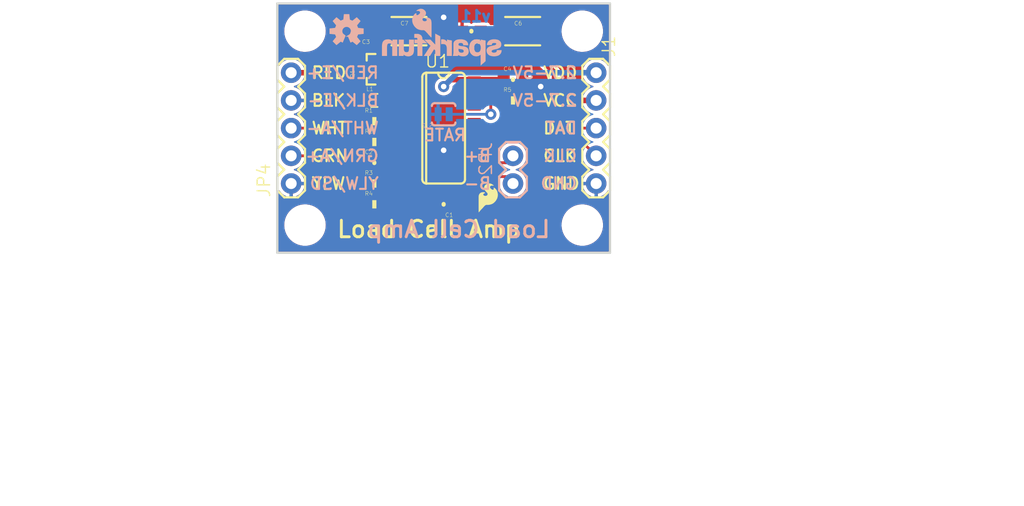
<source format=kicad_pcb>
(kicad_pcb (version 20221018) (generator pcbnew)
  (layers (0 "F.Cu" signal) (31 "B.Cu" signal) (34 "B.Paste" user) (35 "F.Paste" user) (36 "B.SilkS" user "B.Silkscreen") (37 "F.SilkS" user "F.Silkscreen") (38 "B.Mask" user) (39 "F.Mask" user) (44 "Edge.Cuts" user))
  (net 0 "")
  (net 1 "GND")
  (net 2 "VCC")
  (net 3 "DAT")
  (net 4 "SCK")
  (net 5 "N$4")
  (net 6 "N$6")
  (net 7 "N$7")
  (net 8 "N$5")
  (net 9 "N$1")
  (net 10 "N$2")
  (net 11 "N$3")
  (net 12 "A-")
  (net 13 "A+")
  (net 14 "B+")
  (net 15 "B-")
  (net 16 "VDD")
  (net 17 "AVDD")
  (footprint "SparkFun_HX711_Load_Cell:STAND-OFF" (layer "F.Cu") (at 135.8011 113.8936)
    (fp_text reference "STANDOFF1" hide)
    (fp_text value "STAND-OFF" hide)
    (pad "" np_thru_hole circle (at 0 0) (size 3.302 3.302) (drill 3.302) (layers "*.Cu" "*.Mask"))
  )
  (footprint "SparkFun_HX711_Load_Cell:FIDUCIAL-1X2" (layer "F.Cu") (at 158.6611 112.6236)
    (fp_text reference "FID2" hide)
    (fp_text value "FIDUCIAL1X2" hide)
    (pad "1" smd roundrect (at 0 0) (size 1 1) (layers "F.Cu" "F.Mask") (roundrect_rratio 0.5))
  )
  (footprint "SparkFun_HX711_Load_Cell:SOT23-3" (layer "F.Cu") (at 142.1511 99.6061 90)
    (fp_text reference "Q1" (at -0.8255 -1.778 90) (layer "F.SilkS") (effects (font (size 0.373888 0.373888) (thickness 0.032512)) (justify left bottom)))
    (fp_text value "MMBT4403")
    (pad "1" smd rect (at -0.95 1 90) (size 0.8 0.9) (layers "F.Cu" "F.Paste" "F.Mask") (net 5 "N$4"))
    (pad "2" smd rect (at 0.95 1 90) (size 0.8 0.9) (layers "F.Cu" "F.Paste" "F.Mask") (net 2 "VCC"))
    (pad "3" smd rect (at 0 -1.1 90) (size 0.8 0.9) (layers "F.Cu" "F.Paste" "F.Mask") (net 8 "N$5"))
  )
  (footprint "SparkFun_HX711_Load_Cell:1210" (layer "F.Cu") (at 145.3261 96.1136)
    (fp_text reference "C7" (at -0.8 -0.5) (layer "F.SilkS") (effects (font (size 0.373888 0.373888) (thickness 0.032512)) (justify left bottom)))
    (fp_text value "10uF")
    (pad "1" smd rect (at -1.6 0) (size 1.2 2) (layers "F.Cu" "F.Paste" "F.Mask") (net 17 "AVDD"))
    (pad "2" smd rect (at 1.6 0) (size 1.2 2) (layers "F.Cu" "F.Paste" "F.Mask") (net 1 "GND"))
  )
  (footprint "SparkFun_HX711_Load_Cell:STAND-OFF" (layer "F.Cu") (at 161.2011 96.1136)
    (fp_text reference "STANDOFF4" hide)
    (fp_text value "STAND-OFF" hide)
    (pad "" np_thru_hole circle (at 0 0) (size 3.302 3.302) (drill 3.302) (layers "*.Cu" "*.Mask"))
  )
  (footprint "SparkFun_HX711_Load_Cell:0603-CAP" (layer "F.Cu") (at 148.5011 111.9886 180)
    (fp_text reference "C1" (at -0.889 -0.762 180) (layer "F.SilkS") (effects (font (size 0.373888 0.373888) (thickness 0.032512)) (justify right top)))
    (fp_text value "0.1uF")
    (pad "1" smd rect (at -0.85 0 180) (size 1.1 1) (layers "F.Cu" "F.Paste" "F.Mask") (net 10 "N$2"))
    (pad "2" smd rect (at 0.85 0 180) (size 1.1 1) (layers "F.Cu" "F.Paste" "F.Mask") (net 11 "N$3"))
  )
  (footprint "SparkFun_HX711_Load_Cell:FIDUCIAL-1X2" (layer "F.Cu") (at 138.3411 97.3836)
    (fp_text reference "FID1" hide)
    (fp_text value "FIDUCIAL1X2" hide)
    (pad "1" smd roundrect (at 0 0) (size 1 1) (layers "F.Cu" "F.Mask") (roundrect_rratio 0.5))
  )
  (footprint "SparkFun_HX711_Load_Cell:SO16" (layer "F.Cu") (at 148.5011 105.0036 -90)
    (fp_text reference "U1" (at -5.461 1.778) (layer "F.SilkS") (effects (font (size 1.143 1.143) (thickness 0.127)) (justify left bottom)))
    (fp_text value "HX711")
    (pad "1" smd rect (at -4.445 2.8 270) (size 0.6 1.2) (layers "F.Cu" "F.Paste" "F.Mask") (net 2 "VCC"))
    (pad "2" smd rect (at -3.175 2.8 270) (size 0.6 1.2) (layers "F.Cu" "F.Paste" "F.Mask") (net 5 "N$4"))
    (pad "3" smd rect (at -1.905 2.8 270) (size 0.6 1.2) (layers "F.Cu" "F.Paste" "F.Mask") (net 8 "N$5"))
    (pad "4" smd rect (at -0.635 2.8 270) (size 0.6 1.2) (layers "F.Cu" "F.Paste" "F.Mask") (net 6 "N$6"))
    (pad "5" smd rect (at 0.635 2.8 270) (size 0.6 1.2) (layers "F.Cu" "F.Paste" "F.Mask") (net 1 "GND"))
    (pad "6" smd rect (at 1.905 2.8 270) (size 0.6 1.2) (layers "F.Cu" "F.Paste" "F.Mask") (net 7 "N$7"))
    (pad "7" smd rect (at 3.175 2.8 270) (size 0.6 1.2) (layers "F.Cu" "F.Paste" "F.Mask") (net 10 "N$2"))
    (pad "8" smd rect (at 4.445 2.8 270) (size 0.6 1.2) (layers "F.Cu" "F.Paste" "F.Mask") (net 11 "N$3"))
    (pad "9" smd rect (at 4.445 -2.8 270) (size 0.6 1.2) (layers "F.Cu" "F.Paste" "F.Mask") (net 15 "B-"))
    (pad "10" smd rect (at 3.175 -2.8 270) (size 0.6 1.2) (layers "F.Cu" "F.Paste" "F.Mask") (net 14 "B+"))
    (pad "11" smd rect (at 1.905 -2.8 270) (size 0.6 1.2) (layers "F.Cu" "F.Paste" "F.Mask") (net 4 "SCK"))
    (pad "12" smd rect (at 0.635 -2.8 270) (size 0.6 1.2) (layers "F.Cu" "F.Paste" "F.Mask") (net 3 "DAT"))
    (pad "13" smd rect (at -0.635 -2.8 270) (size 0.6 1.2) (layers "F.Cu" "F.Paste" "F.Mask"))
    (pad "14" smd rect (at -1.905 -2.8 270) (size 0.6 1.2) (layers "F.Cu" "F.Paste" "F.Mask") (net 1 "GND"))
    (pad "15" smd rect (at -3.175 -2.8 270) (size 0.6 1.2) (layers "F.Cu" "F.Paste" "F.Mask") (net 9 "N$1"))
    (pad "16" smd rect (at -4.445 -2.8 270) (size 0.6 1.2) (layers "F.Cu" "F.Paste" "F.Mask") (net 16 "VDD"))
  )
  (footprint "SparkFun_HX711_Load_Cell:0603-RES" (layer "F.Cu") (at 142.1511 110.0836)
    (fp_text reference "R3" (at -0.889 -0.762) (layer "F.SilkS") (effects (font (size 0.373888 0.373888) (thickness 0.032512)) (justify left bottom)))
    (fp_text value "100")
    (pad "1" smd rect (at -0.85 0) (size 1.1 1) (layers "F.Cu" "F.Paste" "F.Mask") (net 12 "A-"))
    (pad "2" smd rect (at 0.85 0) (size 1.1 1) (layers "F.Cu" "F.Paste" "F.Mask") (net 10 "N$2"))
  )
  (footprint "SparkFun_HX711_Load_Cell:REVISION" (layer "F.Cu") (at 140.2461 139.2936)
    (fp_text reference "U$1" hide)
    (fp_text value "REVISION" hide)
  )
  (footprint "SparkFun_HX711_Load_Cell:0603-CAP" (layer "F.Cu") (at 142.1511 108.1786)
    (fp_text reference "C2" (at -0.889 -0.762) (layer "F.SilkS") (effects (font (size 0.373888 0.373888) (thickness 0.032512)) (justify left bottom)))
    (fp_text value "0.1uF")
    (pad "1" smd rect (at -0.85 0) (size 1.1 1) (layers "F.Cu" "F.Paste" "F.Mask") (net 1 "GND"))
    (pad "2" smd rect (at 0.85 0) (size 1.1 1) (layers "F.Cu" "F.Paste" "F.Mask") (net 7 "N$7"))
  )
  (footprint "SparkFun_HX711_Load_Cell:0603-RES" (layer "F.Cu") (at 142.1511 104.3686)
    (fp_text reference "R1" (at -0.889 -0.762) (layer "F.SilkS") (effects (font (size 0.373888 0.373888) (thickness 0.032512)) (justify left bottom)))
    (fp_text value "20k")
    (pad "1" smd rect (at -0.85 0) (size 1.1 1) (layers "F.Cu" "F.Paste" "F.Mask") (net 6 "N$6"))
    (pad "2" smd rect (at 0.85 0) (size 1.1 1) (layers "F.Cu" "F.Paste" "F.Mask") (net 8 "N$5"))
  )
  (footprint "SparkFun_HX711_Load_Cell:0603-RES" (layer "F.Cu") (at 142.1511 106.2736)
    (fp_text reference "R2" (at -0.889 -0.762) (layer "F.SilkS") (effects (font (size 0.373888 0.373888) (thickness 0.032512)) (justify left bottom)))
    (fp_text value "8.2K")
    (pad "1" smd rect (at -0.85 0) (size 1.1 1) (layers "F.Cu" "F.Paste" "F.Mask") (net 1 "GND"))
    (pad "2" smd rect (at 0.85 0) (size 1.1 1) (layers "F.Cu" "F.Paste" "F.Mask") (net 6 "N$6"))
  )
  (footprint "SparkFun_HX711_Load_Cell:1X05" (layer "F.Cu") (at 162.4711 99.9236 -90)
    (fp_text reference "J1" (at -1.3462 -1.8288 -90) (layer "F.SilkS") (effects (font (size 1.143 1.143) (thickness 0.127)) (justify left bottom)))
    (fp_text value "")
    (pad "1" thru_hole circle (at 0 0) (size 1.8796 1.8796) (drill 1.016) (layers "*.Cu" "*.Mask") (net 16 "VDD"))
    (pad "2" thru_hole circle (at 2.54 0) (size 1.8796 1.8796) (drill 1.016) (layers "*.Cu" "*.Mask") (net 2 "VCC"))
    (pad "3" thru_hole circle (at 5.08 0) (size 1.8796 1.8796) (drill 1.016) (layers "*.Cu" "*.Mask") (net 3 "DAT"))
    (pad "4" thru_hole circle (at 7.62 0) (size 1.8796 1.8796) (drill 1.016) (layers "*.Cu" "*.Mask") (net 4 "SCK"))
    (pad "5" thru_hole circle (at 10.16 0) (size 1.8796 1.8796) (drill 1.016) (layers "*.Cu" "*.Mask") (net 1 "GND"))
  )
  (footprint "SparkFun_HX711_Load_Cell:CREATIVE_COMMONS" (layer "F.Cu") (at 128.1811 135.4836)
    (fp_text reference "FRAME1" hide)
    (fp_text value "FRAME-LETTER" hide)
  )
  (footprint "SparkFun_HX711_Load_Cell:STAND-OFF" (layer "F.Cu") (at 161.2011 113.8936)
    (fp_text reference "STANDOFF2" hide)
    (fp_text value "STAND-OFF" hide)
    (pad "" np_thru_hole circle (at 0 0) (size 3.302 3.302) (drill 3.302) (layers "*.Cu" "*.Mask"))
  )
  (footprint "SparkFun_HX711_Load_Cell:0603-CAP" (layer "F.Cu") (at 154.8511 100.5586)
    (fp_text reference "C4" (at -0.889 -0.762) (layer "F.SilkS") (effects (font (size 0.373888 0.373888) (thickness 0.032512)) (justify left bottom)))
    (fp_text value "0.1uF")
    (pad "1" smd rect (at -0.85 0) (size 1.1 1) (layers "F.Cu" "F.Paste" "F.Mask") (net 16 "VDD"))
    (pad "2" smd rect (at 0.85 0) (size 1.1 1) (layers "F.Cu" "F.Paste" "F.Mask") (net 1 "GND"))
  )
  (footprint "SparkFun_HX711_Load_Cell:0603-CAP" (layer "F.Cu") (at 151.0411 96.1136 180)
    (fp_text reference "C5" (at -0.889 -0.762 180) (layer "F.SilkS") (effects (font (size 0.373888 0.373888) (thickness 0.032512)) (justify right top)))
    (fp_text value "0.1uF")
    (pad "1" smd rect (at -0.85 0 180) (size 1.1 1) (layers "F.Cu" "F.Paste" "F.Mask") (net 2 "VCC"))
    (pad "2" smd rect (at 0.85 0 180) (size 1.1 1) (layers "F.Cu" "F.Paste" "F.Mask") (net 1 "GND"))
  )
  (footprint "SparkFun_HX711_Load_Cell:1X05" (layer "F.Cu") (at 134.5311 110.0836 90)
    (fp_text reference "JP4" (at -1.3462 -1.8288 90) (layer "F.SilkS") (effects (font (size 1.143 1.143) (thickness 0.127)) (justify left bottom)))
    (fp_text value "")
    (pad "1" thru_hole circle (at 0 0 180) (size 1.8796 1.8796) (drill 1.016) (layers "*.Cu" "*.Mask") (net 1 "GND"))
    (pad "2" thru_hole circle (at 2.54 0 180) (size 1.8796 1.8796) (drill 1.016) (layers "*.Cu" "*.Mask") (net 13 "A+"))
    (pad "3" thru_hole circle (at 5.08 0 180) (size 1.8796 1.8796) (drill 1.016) (layers "*.Cu" "*.Mask") (net 12 "A-"))
    (pad "4" thru_hole circle (at 7.62 0 180) (size 1.8796 1.8796) (drill 1.016) (layers "*.Cu" "*.Mask") (net 1 "GND"))
    (pad "5" thru_hole circle (at 10.16 0 180) (size 1.8796 1.8796) (drill 1.016) (layers "*.Cu" "*.Mask") (net 17 "AVDD"))
  )
  (footprint "SparkFun_HX711_Load_Cell:SFE_LOGO_FLAME_.1" (layer "F.Cu") (at 151.4221 113.0046)
    (fp_text reference "LOGO3" hide)
    (fp_text value "SFE_LOGO_FLAME.1_INCH" hide)
  )
  (footprint "SparkFun_HX711_Load_Cell:0603-CAP" (layer "F.Cu") (at 140.8811 96.1136 180)
    (fp_text reference "C3" (at -0.889 -0.762 180) (layer "F.SilkS") (effects (font (size 0.373888 0.373888) (thickness 0.032512)) (justify right top)))
    (fp_text value "0.1uF")
    (pad "1" smd rect (at -0.85 0 180) (size 1.1 1) (layers "F.Cu" "F.Paste" "F.Mask") (net 17 "AVDD"))
    (pad "2" smd rect (at 0.85 0 180) (size 1.1 1) (layers "F.Cu" "F.Paste" "F.Mask") (net 1 "GND"))
  )
  (footprint "SparkFun_HX711_Load_Cell:0603-RES" (layer "F.Cu") (at 154.8511 102.4636)
    (fp_text reference "R5" (at -0.889 -0.762) (layer "F.SilkS") (effects (font (size 0.373888 0.373888) (thickness 0.032512)) (justify left bottom)))
    (fp_text value "10K")
    (pad "1" smd rect (at -0.85 0) (size 1.1 1) (layers "F.Cu" "F.Paste" "F.Mask") (net 9 "N$1"))
    (pad "2" smd rect (at 0.85 0) (size 1.1 1) (layers "F.Cu" "F.Paste" "F.Mask") (net 2 "VCC"))
  )
  (footprint "SparkFun_HX711_Load_Cell:0805" (layer "F.Cu") (at 142.1511 102.4636)
    (fp_text reference "L1" (at -0.762 -0.8255) (layer "F.SilkS") (effects (font (size 0.373888 0.373888) (thickness 0.032512)) (justify left bottom)))
    (fp_text value "3.3uH")
    (pad "1" smd rect (at -0.9 0) (size 0.8 1.2) (layers "F.Cu" "F.Paste" "F.Mask") (net 17 "AVDD"))
    (pad "2" smd rect (at 0.9 0) (size 0.8 1.2) (layers "F.Cu" "F.Paste" "F.Mask") (net 8 "N$5"))
  )
  (footprint "SparkFun_HX711_Load_Cell:STAND-OFF" (layer "F.Cu") (at 135.8011 96.1136)
    (fp_text reference "STANDOFF3" hide)
    (fp_text value "STAND-OFF" hide)
    (pad "" np_thru_hole circle (at 0 0) (size 3.302 3.302) (drill 3.302) (layers "*.Cu" "*.Mask"))
  )
  (footprint "SparkFun_HX711_Load_Cell:0603-RES" (layer "F.Cu") (at 142.1511 111.9886)
    (fp_text reference "R4" (at -0.889 -0.762) (layer "F.SilkS") (effects (font (size 0.373888 0.373888) (thickness 0.032512)) (justify left bottom)))
    (fp_text value "100")
    (pad "1" smd rect (at -0.85 0) (size 1.1 1) (layers "F.Cu" "F.Paste" "F.Mask") (net 13 "A+"))
    (pad "2" smd rect (at 0.85 0) (size 1.1 1) (layers "F.Cu" "F.Paste" "F.Mask") (net 11 "N$3"))
  )
  (footprint "SparkFun_HX711_Load_Cell:1210" (layer "F.Cu") (at 155.7401 96.1136)
    (fp_text reference "C6" (at -0.8 -0.5) (layer "F.SilkS") (effects (font (size 0.373888 0.373888) (thickness 0.032512)) (justify left bottom)))
    (fp_text value "10uF")
    (pad "1" smd rect (at -1.6 0) (size 1.2 2) (layers "F.Cu" "F.Paste" "F.Mask") (net 2 "VCC"))
    (pad "2" smd rect (at 1.6 0) (size 1.2 2) (layers "F.Cu" "F.Paste" "F.Mask") (net 1 "GND"))
  )
  (footprint "SparkFun_HX711_Load_Cell:PAD-JUMPER-2-NC_BY_TRACE_YES_SILK" (layer "B.Cu") (at 148.5011 103.7336)
    (fp_text reference "SJ2" (at -0.9525 1.27 180) (layer "B.SilkS") (effects (font (size 0.373888 0.373888) (thickness 0.032512)) (justify left bottom mirror)))
    (fp_text value "")
    (fp_line (start -0.381 0) (end 0.381 0) (stroke (width 0.254)) (layer "B.Cu"))
    (pad "1" smd rect (at -0.508 0) (size 0.635 1.27) (layers "B.Cu" "B.Mask") (net 1 "GND"))
    (pad "2" smd rect (at 0.508 0) (size 0.635 1.27) (layers "B.Cu" "B.Mask") (net 9 "N$1"))
  )
  (footprint "SparkFun_HX711_Load_Cell:SFE_LOGO_NAME_FLAME_.1" (layer "B.Cu") (at 154.2161 99.2886 180)
    (fp_text reference "LOGO1" hide)
    (fp_text value "SFE_LOGO_NAME_FLAME.1_INCH" hide)
  )
  (footprint "SparkFun_HX711_Load_Cell:1X02" (layer "B.Cu") (at 154.8511 107.5436 -90)
    (fp_text reference "JP2" (at -1.3462 1.8288 90) (layer "B.SilkS") (effects (font (size 1.143 1.143) (thickness 0.127)) (justify left bottom mirror)))
    (fp_text value "")
    (pad "1" thru_hole circle (at 0 0 180) (size 1.8796 1.8796) (drill 1.016) (layers "*.Cu" "*.Mask") (net 14 "B+"))
    (pad "2" thru_hole circle (at 2.54 0 180) (size 1.8796 1.8796) (drill 1.016) (layers "*.Cu" "*.Mask") (net 15 "B-"))
  )
  (footprint "SparkFun_HX711_Load_Cell:OSHW-LOGO-S" (layer "B.Cu") (at 139.6111 96.1136 180)
    (fp_text reference "U7" hide)
    (fp_text value "OSHW-LOGOS" hide)
  )
  (gr_line (start 163.7411 116.4336) (end 133.2611 116.4336) (stroke (width 0.2032)) (layer "Edge.Cuts"))
  (gr_line (start 133.2611 93.5736) (end 163.7411 93.5736) (stroke (width 0.2032)) (layer "Edge.Cuts"))
  (gr_line (start 133.2611 116.4336) (end 133.2611 93.5736) (stroke (width 0.2032)) (layer "Edge.Cuts"))
  (gr_line (start 163.7411 93.5736) (end 163.7411 116.4336) (stroke (width 0.2032)) (layer "Edge.Cuts"))
  (gr_text "v11" (at 152.9461 95.3516) (layer "B.Cu") (effects (font (size 1.016 1.016) (thickness 0.254)) (justify left bottom mirror)))
  (gr_text "B-" (at 152.9461 110.7186) (layer "B.SilkS") (effects (font (size 1.0795 1.0795) (thickness 0.1905)) (justify left bottom mirror)))
  (gr_text "2.7-5V" (at 160.8201 100.5586) (layer "B.SilkS") (effects (font (size 1.0795 1.0795) (thickness 0.1905)) (justify left bottom mirror)))
  (gr_text "RED/E+" (at 142.6591 100.5586) (layer "B.SilkS") (effects (font (size 1.0795 1.0795) (thickness 0.1905)) (justify left bottom mirror)))
  (gr_text "Load Cell Amp" (at 158.4071 115.1636) (layer "B.SilkS") (effects (font (size 1.5113 1.5113) (thickness 0.2667)) (justify left bottom mirror)))
  (gr_text "RATE" (at 150.6601 106.2736) (layer "B.SilkS") (effects (font (size 1.0795 1.0795) (thickness 0.1905)) (justify left bottom mirror)))
  (gr_text "WHT/A-" (at 142.6591 105.6386) (layer "B.SilkS") (effects (font (size 1.0795 1.0795) (thickness 0.1905)) (justify left bottom mirror)))
  (gr_text "CLK" (at 160.8201 108.1786) (layer "B.SilkS") (effects (font (size 1.0795 1.0795) (thickness 0.1905)) (justify left bottom mirror)))
  (gr_text "B+" (at 152.9461 108.1786) (layer "B.SilkS") (effects (font (size 1.0795 1.0795) (thickness 0.1905)) (justify left bottom mirror)))
  (gr_text "2.7-5V" (at 160.8201 103.0986) (layer "B.SilkS") (effects (font (size 1.0795 1.0795) (thickness 0.1905)) (justify left bottom mirror)))
  (gr_text "GRN/A+" (at 142.6591 108.1786) (layer "B.SilkS") (effects (font (size 1.0795 1.0795) (thickness 0.1905)) (justify left bottom mirror)))
  (gr_text "YLW/SD" (at 142.6591 110.7186) (layer "B.SilkS") (effects (font (size 1.0795 1.0795) (thickness 0.1905)) (justify left bottom mirror)))
  (gr_text "DAT" (at 160.8201 105.6386) (layer "B.SilkS") (effects (font (size 1.0795 1.0795) (thickness 0.1905)) (justify left bottom mirror)))
  (gr_text "GND" (at 160.8201 110.7186) (layer "B.SilkS") (effects (font (size 1.0795 1.0795) (thickness 0.1905)) (justify left bottom mirror)))
  (gr_text "BLK/E-" (at 142.6591 103.0986) (layer "B.SilkS") (effects (font (size 1.0795 1.0795) (thickness 0.1905)) (justify left bottom mirror)))
  (gr_text "GND" (at 157.5181 110.7186) (layer "F.SilkS") (effects (font (size 1.0795 1.0795) (thickness 0.1905)) (justify left bottom)))
  (gr_text "DAT" (at 157.5181 105.6386) (layer "F.SilkS") (effects (font (size 1.0795 1.0795) (thickness 0.1905)) (justify left bottom)))
  (gr_text "YLW" (at 136.3091 110.7186) (layer "F.SilkS") (effects (font (size 1.0795 1.0795) (thickness 0.1905)) (justify left bottom)))
  (gr_text "WHT" (at 136.3091 105.6386) (layer "F.SilkS") (effects (font (size 1.0795 1.0795) (thickness 0.1905)) (justify left bottom)))
  (gr_text "GRN" (at 136.3091 108.1786) (layer "F.SilkS") (effects (font (size 1.0795 1.0795) (thickness 0.1905)) (justify left bottom)))
  (gr_text "Load Cell Amp" (at 138.5951 115.1636) (layer "F.SilkS") (effects (font (size 1.5113 1.5113) (thickness 0.2667)) (justify left bottom)))
  (gr_text "RED" (at 136.3091 100.5586) (layer "F.SilkS") (effects (font (size 1.0795 1.0795) (thickness 0.1905)) (justify left bottom)))
  (gr_text "VCC" (at 157.5181 103.0986) (layer "F.SilkS") (effects (font (size 1.0795 1.0795) (thickness 0.1905)) (justify left bottom)))
  (gr_text "CLK" (at 157.5181 108.1786) (layer "F.SilkS") (effects (font (size 1.0795 1.0795) (thickness 0.1905)) (justify left bottom)))
  (gr_text "VDD" (at 157.5181 100.5586) (layer "F.SilkS") (effects (font (size 1.0795 1.0795) (thickness 0.1905)) (justify left bottom)))
  (gr_text "BLK" (at 136.3091 103.0986) (layer "F.SilkS") (effects (font (size 1.0795 1.0795) (thickness 0.1905)) (justify left bottom)))
  (via (at 148.5011 107.0356) (size 1.016) (drill 0.508) (layers "F.Cu" "B.Cu") (net 1))
  (via (at 148.5011 94.8436) (size 1.016) (drill 0.508) (layers "F.Cu" "B.Cu") (net 1))
  (via (at 157.3911 101.1936) (size 1.016) (drill 0.508) (layers "F.Cu" "B.Cu") (net 1))
  (segment (start 151.3011 98.6596) (end 151.2951 98.6536) (width 0.508) (layer "F.Cu") (net 2))
  (segment (start 158.6611 99.9236) (end 157.3911 98.6536) (width 0.508) (layer "F.Cu") (net 2))
  (segment (start 158.6611 102.4636) (end 158.6611 99.9236) (width 0.508) (layer "F.Cu") (net 2))
  (segment (start 152.9461 98.6536) (end 152.9461 96.1136) (width 0.508) (layer "F.Cu") (net 2))
  (segment (start 145.7011 98.6536) (end 143.1511 98.6536) (width 0.508) (layer "F.Cu") (net 2))
  (segment (start 158.6611 102.4636) (end 162.4711 102.4636) (width 0.508) (layer "F.Cu") (net 2))
  (segment (start 143.1511 98.6561) (end 143.1511 98.6536) (width 0.508) (layer "F.Cu") (net 2))
  (segment (start 151.2951 98.6536) (end 145.7011 98.6536) (width 0.508) (layer "F.Cu") (net 2))
  (segment (start 151.2951 98.6536) (end 152.9461 98.6536) (width 0.508) (layer "F.Cu") (net 2))
  (segment (start 155.7011 102.4636) (end 158.6611 102.4636) (width 0.508) (layer "F.Cu") (net 2))
  (segment (start 145.7011 100.5586) (end 145.7011 98.6536) (width 0.508) (layer "F.Cu") (net 2))
  (segment (start 157.3911 98.6536) (end 152.9461 98.6536) (width 0.508) (layer "F.Cu") (net 2))
  (segment (start 152.9461 96.1136) (end 154.1401 96.1136) (width 0.508) (layer "F.Cu") (net 2))
  (segment (start 151.8911 96.1136) (end 152.9461 96.1136) (width 0.508) (layer "F.Cu") (net 2))
  (segment (start 153.5811 105.0036) (end 162.4711 105.0036) (width 0.254) (layer "F.Cu") (net 3))
  (segment (start 151.3011 105.6386) (end 152.9461 105.6386) (width 0.254) (layer "F.Cu") (net 3))
  (segment (start 152.9461 105.6386) (end 153.5811 105.0036) (width 0.254) (layer "F.Cu") (net 3))
  (segment (start 153.5811 106.2736) (end 161.2011 106.2736) (width 0.254) (layer "F.Cu") (net 4))
  (segment (start 161.2011 106.2736) (end 162.4711 107.5436) (width 0.254) (layer "F.Cu") (net 4))
  (segment (start 152.9461 106.9086) (end 153.5811 106.2736) (width 0.254) (layer "F.Cu") (net 4))
  (segment (start 151.3011 106.9086) (end 152.9461 106.9086) (width 0.254) (layer "F.Cu") (net 4))
  (segment (start 144.4371 100.737482) (end 144.4371 101.7016) (width 0.254) (layer "F.Cu") (net 5))
  (segment (start 144.255718 100.5561) (end 144.4371 100.737482) (width 0.254) (layer "F.Cu") (net 5))
  (segment (start 144.4371 101.7016) (end 144.5641 101.8286) (width 0.254) (layer "F.Cu") (net 5))
  (segment (start 143.1511 100.5561) (end 144.255718 100.5561) (width 0.254) (layer "F.Cu") (net 5))
  (segment (start 144.5641 101.8286) (end 145.7011 101.8286) (width 0.254) (layer "F.Cu") (net 5))
  (segment (start 144.3101 105.2576) (end 144.3101 104.652579) (width 0.254) (layer "F.Cu") (net 6))
  (segment (start 144.3101 105.989622) (end 144.3101 105.2576) (width 0.254) (layer "F.Cu") (net 6))
  (segment (start 144.026121 106.2736) (end 144.3101 105.989622) (width 0.254) (layer "F.Cu") (net 6))
  (segment (start 141.3011 104.3686) (end 141.3011 104.988791) (width 0.254) (layer "F.Cu") (net 6))
  (segment (start 143.0011 106.2736) (end 144.026121 106.2736) (width 0.254) (layer "F.Cu") (net 6))
  (segment (start 144.3101 104.652579) (end 144.594078 104.3686) (width 0.254) (layer "F.Cu") (net 6))
  (segment (start 144.594078 104.3686) (end 145.7011 104.3686) (width 0.254) (layer "F.Cu") (net 6))
  (segment (start 141.3011 104.988791) (end 141.569909 105.2576) (width 0.254) (layer "F.Cu") (net 6))
  (segment (start 141.569909 105.2576) (end 144.3101 105.2576) (width 0.254) (layer "F.Cu") (net 6))
  (segment (start 144.3101 107.720697) (end 144.3101 107.366504) (width 0.254) (layer "F.Cu") (net 7))
  (segment (start 144.768003 106.9086) (end 145.7011 106.9086) (width 0.254) (layer "F.Cu") (net 7))
  (segment (start 143.852196 108.1786) (end 144.3101 107.720697) (width 0.254) (layer "F.Cu") (net 7))
  (segment (start 144.3101 107.366504) (end 144.768003 106.9086) (width 0.254) (layer "F.Cu") (net 7))
  (segment (start 143.0011 108.1786) (end 143.852196 108.1786) (width 0.254) (layer "F.Cu") (net 7))
  (segment (start 144.487196 103.0986) (end 144.106196 103.4796) (width 0.508) (layer "F.Cu") (net 8))
  (segment (start 141.412171 101.4476) (end 141.0511 101.086529) (width 0.254) (layer "F.Cu") (net 8))
  (segment (start 141.0511 101.086529) (end 141.0511 99.6061) (width 0.254) (layer "F.Cu") (net 8))
  (segment (start 142.7861 101.4476) (end 141.412171 101.4476) (width 0.254) (layer "F.Cu") (net 8))
  (segment (start 144.106196 103.4796) (end 143.0511 103.4796) (width 0.508) (layer "F.Cu") (net 8))
  (segment (start 143.0511 101.7126) (end 142.7861 101.4476) (width 0.254) (layer "F.Cu") (net 8))
  (segment (start 143.0511 103.4796) (end 143.0511 104.3686) (width 0.508) (layer "F.Cu") (net 8))
  (segment (start 145.7011 103.0986) (end 144.487196 103.0986) (width 0.508) (layer "F.Cu") (net 8))
  (segment (start 143.0511 104.3686) (end 143.0011 104.3686) (width 0.508) (layer "F.Cu") (net 8))
  (segment (start 143.0511 102.4636) (end 143.0511 103.4796) (width 0.508) (layer "F.Cu") (net 8))
  (segment (start 143.0511 102.4636) (end 143.0511 101.7126) (width 0.254) (layer "F.Cu") (net 8))
  (segment (start 152.535121 101.8286) (end 152.8191 102.112579) (width 0.254) (layer "F.Cu") (net 9))
  (segment (start 152.8191 103.7336) (end 152.8191 102.4636) (width 0.254) (layer "F.Cu") (net 9))
  (segment (start 152.8191 102.112579) (end 152.8191 102.4636) (width 0.254) (layer "F.Cu") (net 9))
  (segment (start 154.0011 102.4636) (end 152.8191 102.4636) (width 0.254) (layer "F.Cu") (net 9))
  (segment (start 151.3011 101.8286) (end 152.535121 101.8286) (width 0.254) (layer "F.Cu") (net 9))
  (via (at 152.8191 103.7336) (size 1.016) (drill 0.508) (layers "F.Cu" "B.Cu") (net 9))
  (segment (start 149.0091 103.7336) (end 152.8191 103.7336) (width 0.254) (layer "B.Cu") (net 9))
  (segment (start 143.852196 110.0836) (end 144.3101 109.625697) (width 0.254) (layer "F.Cu") (net 10))
  (segment (start 144.848912 108.1786) (end 145.7011 108.1786) (width 0.254) (layer "F.Cu") (net 10))
  (segment (start 144.3101 109.625697) (end 144.3101 108.717413) (width 0.254) (layer "F.Cu") (net 10))
  (segment (start 144.3101 108.717413) (end 144.848912 108.1786) (width 0.254) (layer "F.Cu") (net 10))
  (segment (start 149.3511 109.140863) (end 149.3511 111.9886) (width 0.254) (layer "F.Cu") (net 10))
  (segment (start 148.388837 108.1786) (end 149.3511 109.140863) (width 0.254) (layer "F.Cu") (net 10))
  (segment (start 145.7011 108.1786) (end 148.388837 108.1786) (width 0.254) (layer "F.Cu") (net 10))
  (segment (start 143.0011 110.0836) (end 143.852196 110.0836) (width 0.254) (layer "F.Cu") (net 10))
  (segment (start 145.7011 111.9886) (end 144.6911 111.9886) (width 0.254) (layer "F.Cu") (net 11))
  (segment (start 143.0011 111.9886) (end 144.6911 111.9886) (width 0.254) (layer "F.Cu") (net 11))
  (segment (start 145.7011 111.9886) (end 147.6511 111.9886) (width 0.254) (layer "F.Cu") (net 11))
  (segment (start 145.7011 109.4486) (end 145.7011 111.9886) (width 0.254) (layer "F.Cu") (net 11))
  (segment (start 137.0711 105.0036) (end 138.3411 106.2736) (width 0.254) (layer "F.Cu") (net 12))
  (segment (start 138.3411 106.2736) (end 138.3411 108.8136) (width 0.254) (layer "F.Cu") (net 12))
  (segment (start 139.6111 110.0836) (end 141.3011 110.0836) (width 0.254) (layer "F.Cu") (net 12))
  (segment (start 134.5311 105.0036) (end 137.0711 105.0036) (width 0.254) (layer "F.Cu") (net 12))
  (segment (start 138.3411 108.8136) (end 139.6111 110.0836) (width 0.254) (layer "F.Cu") (net 12))
  (segment (start 135.813865 107.5436) (end 134.5311 107.5436) (width 0.254) (layer "F.Cu") (net 13))
  (segment (start 141.3011 111.9886) (end 138.491003 111.9886) (width 0.254) (layer "F.Cu") (net 13))
  (segment (start 138.491003 111.9886) (end 137.0711 110.568697) (width 0.254) (layer "F.Cu") (net 13))
  (segment (start 137.0711 108.800835) (end 135.813865 107.5436) (width 0.254) (layer "F.Cu") (net 13))
  (segment (start 137.0711 110.568697) (end 137.0711 108.800835) (width 0.254) (layer "F.Cu") (net 13))
  (segment (start 154.2161 108.1786) (end 154.8511 107.5436) (width 0.254) (layer "F.Cu") (net 14))
  (segment (start 151.3011 108.1786) (end 154.2161 108.1786) (width 0.254) (layer "F.Cu") (net 14))
  (segment (start 151.3011 109.4486) (end 154.2161 109.4486) (width 0.254) (layer "F.Cu") (net 15))
  (segment (start 154.2161 109.4486) (end 154.8511 110.0836) (width 0.254) (layer "F.Cu") (net 15))
  (segment (start 149.1361 100.5586) (end 148.5011 101.1936) (width 0.508) (layer "F.Cu") (net 16))
  (segment (start 154.0011 100.5586) (end 149.1361 100.5586) (width 0.508) (layer "F.Cu") (net 16))
  (segment (start 154.0011 100.5586) (end 151.3011 100.5586) (width 0.508) (layer "F.Cu") (net 16))
  (via (at 148.5011 101.1936) (size 1.016) (drill 0.508) (layers "F.Cu" "B.Cu") (net 16))
  (segment (start 149.7711 99.9236) (end 162.4711 99.9236) (width 0.508) (layer "B.Cu") (net 16))
  (segment (start 148.5011 101.1936) (end 149.7711 99.9236) (width 0.508) (layer "B.Cu") (net 16))
  (segment (start 141.2511 102.4636) (end 140.13715 102.4636) (width 0.508) (layer "F.Cu") (net 17))
  (segment (start 141.7311 96.1136) (end 143.7261 96.1136) (width 0.508) (layer "F.Cu") (net 17))
  (segment (start 139.691128 98.0186) (end 140.947978 98.0186) (width 0.508) (layer "F.Cu") (net 17))
  (segment (start 138.3411 100.66755) (end 138.3411 99.9236) (width 0.508) (layer "F.Cu") (net 17))
  (segment (start 140.947978 98.0186) (end 141.7311 97.235479) (width 0.508) (layer "F.Cu") (net 17))
  (segment (start 140.13715 102.4636) (end 138.3411 100.66755) (width 0.508) (layer "F.Cu") (net 17))
  (segment (start 141.7311 97.235479) (end 141.7311 96.1136) (width 0.508) (layer "F.Cu") (net 17))
  (segment (start 138.3411 99.9236) (end 134.5311 99.9236) (width 0.508) (layer "F.Cu") (net 17))
  (segment (start 138.3411 99.9236) (end 138.3411 99.368629) (width 0.508) (layer "F.Cu") (net 17))
  (segment (start 138.3411 99.368629) (end 139.691128 98.0186) (width 0.508) (layer "F.Cu") (net 17))
  (zone (net 1) (net_name "GND") (layer "F.Cu") (priority 6) (connect_pads (clearance 0.3048)) (min_thickness 0.127) (fill yes (thermal_gap 0.304) (thermal_bridge_width 0.304))
    (polygon (pts (xy 163.8681 116.5606) (xy 133.1341 116.5606) (xy 133.1341 93.4466) (xy 163.8681 93.4466)))
  )
  (zone (net 1) (net_name "GND") (layer "B.Cu") (priority 6) (connect_pads (clearance 0.3048)) (min_thickness 0.127) (fill yes (thermal_gap 0.304) (thermal_bridge_width 0.304))
    (polygon (pts (xy 163.8681 116.5606) (xy 133.1341 116.5606) (xy 133.1341 93.4466) (xy 163.8681 93.4466)))
  )
)
</source>
